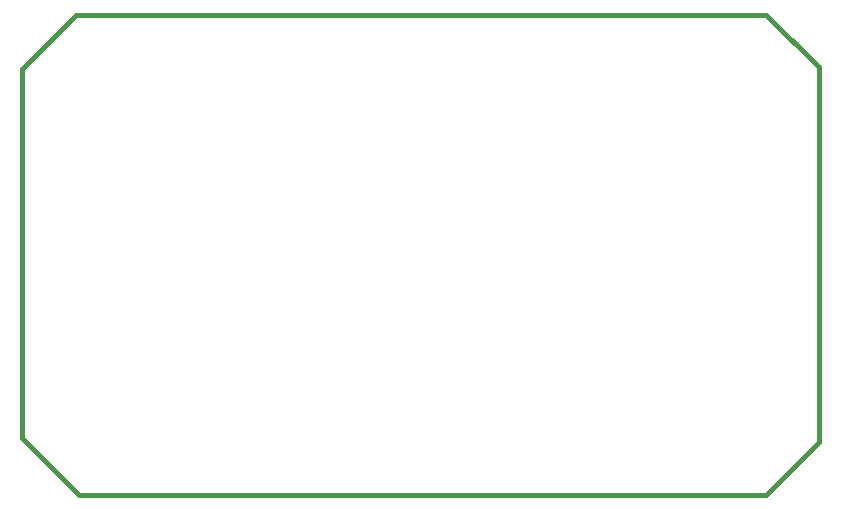
<source format=gbr>
G04 (created by PCBNEW (2013-07-07 BZR 4022)-stable) date 10/09/2014 21:53:45*
%MOIN*%
G04 Gerber Fmt 3.4, Leading zero omitted, Abs format*
%FSLAX34Y34*%
G01*
G70*
G90*
G04 APERTURE LIST*
%ADD10C,0.00393701*%
%ADD11C,0.015*%
G04 APERTURE END LIST*
G54D10*
G54D11*
X80250Y-32250D02*
X82000Y-34000D01*
X57250Y-32250D02*
X55450Y-34050D01*
X82000Y-46500D02*
X80250Y-48250D01*
X55450Y-46350D02*
X57350Y-48250D01*
X55450Y-34050D02*
X55450Y-46350D01*
X80200Y-48250D02*
X57350Y-48250D01*
X82000Y-34000D02*
X82000Y-46500D01*
X57250Y-32250D02*
X80250Y-32250D01*
M02*

</source>
